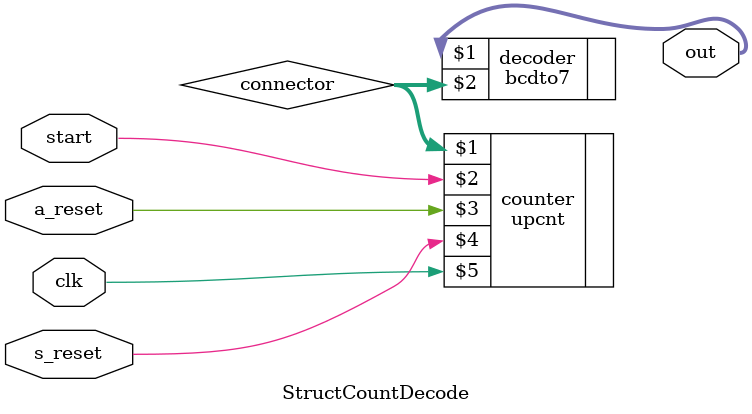
<source format=v>
/*
*  Behavioral and Structual Up Counter + Decoder Blocks
*/


module BehavCountDecode(out, start,a_reset,s_reset,clk);

  input start,a_reset,s_reset,clk;
  output [6:0] out;

  reg [6:0] out;
  wire [3:0] connector;
  
  BehavUpCnt counter(connector, start,a_reset,s_reset,clk);
  BehavBCDto7 decoder(out, connector);

endmodule





module StructCountDecode(out, start,a_reset,s_reset,clk);

  input start, a_reset,s_reset,clk;
  output [6:0] out;

  wire [3:0] connector;

  upcnt counter(connector, start,a_reset,s_reset,clk);
  bcdto7 decoder(out, connector);

endmodule

</source>
